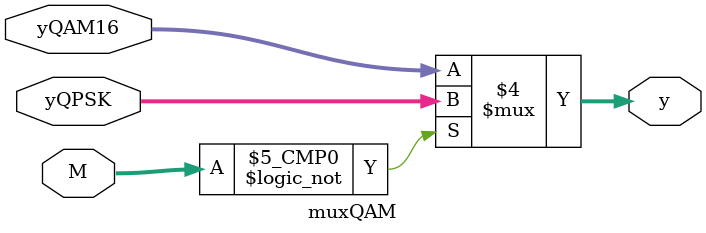
<source format=v>


module muxQAM#(parameter WIDTH = 8, parameter NUM_INPUTS = 4)
(
	input [NUM_INPUTS*WIDTH-1:0] yQPSK,
	input [NUM_INPUTS*WIDTH-1:0] yQAM16, 	
	input [1:0]M,
	output reg[NUM_INPUTS*WIDTH-1:0]y
);

`define QPSK 2'b00 
`define QAM16 2'b01 
`define QAM64 2'b10 
`define QAM256 2'b11 

always@(yQPSK,yQAM16,M)
	begin 
		case(M)
			`QPSK: y <= yQPSK; 
			`QAM16: y <= yQAM16; 
			//`QAM64: dout <= din[3*WIDTH-1:2*WIDTH]; 
			//`QAM256: dout <= din[4*WIDTH-1:3*WIDTH]; 
			default: y <= yQAM16;
		endcase
	end
	
endmodule
</source>
